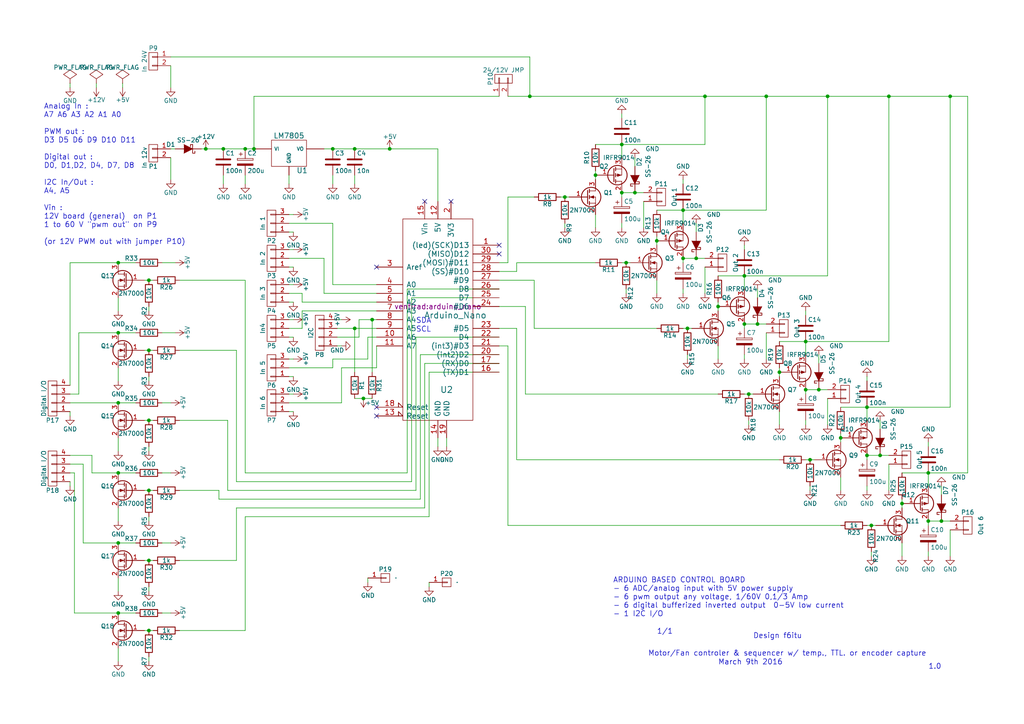
<source format=kicad_sch>
(kicad_sch (version 20230121) (generator eeschema)
  (paper "A4")
  (junction (at 43.18 142.24))
  (junction (at 180.34 41.91))
  (junction (at 107.95 92.71))
  (junction (at 71.12 43.18))
  (junction (at 273.05 151.13))
  (junction (at 257.81 27.94))
  (junction (at 113.03 43.18))
  (junction (at 43.18 121.92))
  (junction (at 172.72 50.8))
  (junction (at 219.71 93.98))
  (junction (at 226.06 107.95))
  (junction (at 269.24 137.16))
  (junction (at 252.73 152.4))
  (junction (at 198.12 60.96))
  (junction (at 96.52 43.18))
  (junction (at 43.18 101.6))
  (junction (at 190.5 69.85))
  (junction (at 198.12 74.93))
  (junction (at 59.69 43.18))
  (junction (at 43.18 81.28))
  (junction (at 215.9 93.98))
  (junction (at 102.87 95.25))
  (junction (at 163.83 57.15))
  (junction (at 261.62 146.05))
  (junction (at 243.84 127))
  (junction (at 153.67 27.94))
  (junction (at 233.68 113.03))
  (junction (at 208.28 88.9))
  (junction (at 34.29 116.84))
  (junction (at 34.29 96.52))
  (junction (at 105.41 115.57))
  (junction (at 215.9 80.01))
  (junction (at 181.61 76.2))
  (junction (at 73.66 43.18))
  (junction (at 43.18 182.88))
  (junction (at 275.59 27.94))
  (junction (at 184.15 55.88))
  (junction (at 43.18 162.56))
  (junction (at 217.17 114.3))
  (junction (at 222.25 27.94))
  (junction (at 237.49 113.03))
  (junction (at 102.87 43.18))
  (junction (at 34.29 137.16))
  (junction (at 255.27 132.08))
  (junction (at 269.24 151.13))
  (junction (at 34.29 76.2))
  (junction (at 34.29 157.48))
  (junction (at 204.47 27.94))
  (junction (at 201.93 74.93))
  (junction (at 34.29 177.8))
  (junction (at 240.03 27.94))
  (junction (at 199.39 95.25))
  (junction (at 64.77 43.18))
  (junction (at 233.68 99.06))
  (junction (at 251.46 132.08))
  (junction (at 180.34 55.88))
  (junction (at 234.95 133.35))
  (junction (at 251.46 118.11))
  (no_connect (at 144.78 73.66))
  (no_connect (at 130.81 58.42))
  (no_connect (at 109.22 118.11))
  (no_connect (at 109.22 77.47))
  (no_connect (at 123.19 58.42))
  (no_connect (at 144.78 71.12))
  (no_connect (at 109.22 120.65))
  (wire (pts (xy 233.68 113.03) (xy 237.49 113.03)))
  (wire (pts (xy 34.29 167.64) (xy 34.29 171.45)))
  (wire (pts (xy 119.38 86.36) (xy 119.38 139.7)))
  (wire (pts (xy 233.68 133.35) (xy 234.95 133.35)))
  (wire (pts (xy 21.59 137.16) (xy 21.59 177.8)))
  (wire (pts (xy 106.68 104.14) (xy 96.52 104.14)))
  (wire (pts (xy 121.92 102.87) (xy 121.92 144.78)))
  (wire (pts (xy 273.05 140.97) (xy 273.05 143.51)))
  (wire (pts (xy 73.66 43.18) (xy 71.12 43.18)))
  (wire (pts (xy 269.24 137.16) (xy 269.24 140.97)))
  (wire (pts (xy 113.03 43.18) (xy 127 43.18)))
  (wire (pts (xy 154.94 95.25) (xy 190.5 95.25)))
  (wire (pts (xy 34.29 147.32) (xy 34.29 151.13)))
  (wire (pts (xy 87.63 90.17) (xy 87.63 95.25)))
  (wire (pts (xy 34.29 96.52) (xy 39.37 96.52)))
  (wire (pts (xy 104.14 92.71) (xy 104.14 97.79)))
  (wire (pts (xy 85.09 92.71) (xy 83.82 92.71)))
  (wire (pts (xy 34.29 106.68) (xy 34.29 110.49)))
  (wire (pts (xy 153.67 16.51) (xy 153.67 27.94)))
  (wire (pts (xy 172.72 62.23) (xy 172.72 66.04)))
  (wire (pts (xy 149.86 95.25) (xy 144.78 95.25)))
  (wire (pts (xy 199.39 95.25) (xy 200.66 95.25)))
  (wire (pts (xy 226.06 119.38) (xy 226.06 123.19)))
  (wire (pts (xy 251.46 140.97) (xy 251.46 142.24)))
  (wire (pts (xy 34.29 127) (xy 34.29 130.81)))
  (wire (pts (xy 237.49 113.03) (xy 240.03 113.03)))
  (wire (pts (xy 252.73 152.4) (xy 254 152.4)))
  (wire (pts (xy 83.82 85.09) (xy 87.63 85.09)))
  (wire (pts (xy 199.39 102.87) (xy 199.39 104.14)))
  (wire (pts (xy 243.84 138.43) (xy 243.84 142.24)))
  (wire (pts (xy 123.19 147.32) (xy 68.58 147.32)))
  (wire (pts (xy 109.22 106.68) (xy 109.22 100.33)))
  (wire (pts (xy 144.78 105.41) (xy 123.19 105.41)))
  (wire (pts (xy 34.29 116.84) (xy 39.37 116.84)))
  (wire (pts (xy 102.87 95.25) (xy 109.22 95.25)))
  (wire (pts (xy 215.9 93.98) (xy 219.71 93.98)))
  (wire (pts (xy 83.82 74.93) (xy 93.98 74.93)))
  (wire (pts (xy 66.04 121.92) (xy 66.04 142.24)))
  (wire (pts (xy 85.09 114.3) (xy 83.82 114.3)))
  (wire (pts (xy 34.29 157.48) (xy 39.37 157.48)))
  (wire (pts (xy 85.09 62.23) (xy 83.82 62.23)))
  (wire (pts (xy 201.93 64.77) (xy 201.93 67.31)))
  (wire (pts (xy 106.68 97.79) (xy 109.22 97.79)))
  (wire (pts (xy 35.56 24.13) (xy 35.56 25.4)))
  (wire (pts (xy 198.12 60.96) (xy 190.5 60.96)))
  (wire (pts (xy 198.12 60.96) (xy 222.25 60.96)))
  (wire (pts (xy 243.84 127) (xy 243.84 128.27)))
  (wire (pts (xy 24.13 157.48) (xy 34.29 157.48)))
  (wire (pts (xy 144.78 78.74) (xy 149.86 78.74)))
  (wire (pts (xy 217.17 114.3) (xy 218.44 114.3)))
  (wire (pts (xy 204.47 27.94) (xy 222.25 27.94)))
  (wire (pts (xy 97.79 95.25) (xy 102.87 95.25)))
  (wire (pts (xy 180.34 76.2) (xy 181.61 76.2)))
  (wire (pts (xy 43.18 149.86) (xy 43.18 151.13)))
  (wire (pts (xy 180.34 64.77) (xy 180.34 66.04)))
  (wire (pts (xy 275.59 153.67) (xy 275.59 161.29)))
  (wire (pts (xy 49.53 116.84) (xy 46.99 116.84)))
  (wire (pts (xy 118.11 137.16) (xy 71.12 137.16)))
  (wire (pts (xy 73.66 27.94) (xy 73.66 43.18)))
  (wire (pts (xy 43.18 162.56) (xy 41.91 162.56)))
  (wire (pts (xy 144.78 86.36) (xy 119.38 86.36)))
  (wire (pts (xy 52.07 142.24) (xy 63.5 142.24)))
  (wire (pts (xy 243.84 125.73) (xy 243.84 127)))
  (wire (pts (xy 257.81 27.94) (xy 275.59 27.94)))
  (wire (pts (xy 99.06 100.33) (xy 97.79 100.33)))
  (wire (pts (xy 20.32 24.13) (xy 20.32 25.4)))
  (wire (pts (xy 43.18 88.9) (xy 43.18 90.17)))
  (wire (pts (xy 180.34 55.88) (xy 180.34 57.15)))
  (wire (pts (xy 83.82 67.31) (xy 85.09 67.31)))
  (wire (pts (xy 251.46 109.22) (xy 251.46 110.49)))
  (wire (pts (xy 87.63 90.17) (xy 109.22 90.17)))
  (wire (pts (xy 190.5 68.58) (xy 190.5 69.85)))
  (wire (pts (xy 71.12 182.88) (xy 52.07 182.88)))
  (wire (pts (xy 181.61 76.2) (xy 182.88 76.2)))
  (wire (pts (xy 201.93 74.93) (xy 204.47 74.93)))
  (wire (pts (xy 20.32 116.84) (xy 34.29 116.84)))
  (wire (pts (xy 124.46 149.86) (xy 71.12 149.86)))
  (wire (pts (xy 83.82 77.47) (xy 85.09 77.47)))
  (wire (pts (xy 215.9 93.98) (xy 215.9 95.25)))
  (wire (pts (xy 49.53 137.16) (xy 46.99 137.16)))
  (wire (pts (xy 64.77 43.18) (xy 59.69 43.18)))
  (wire (pts (xy 215.9 102.87) (xy 215.9 104.14)))
  (wire (pts (xy 34.29 137.16) (xy 39.37 137.16)))
  (wire (pts (xy 96.52 82.55) (xy 109.22 82.55)))
  (wire (pts (xy 180.34 55.88) (xy 184.15 55.88)))
  (wire (pts (xy 63.5 142.24) (xy 63.5 144.78)))
  (wire (pts (xy 68.58 101.6) (xy 68.58 139.7)))
  (wire (pts (xy 85.09 104.14) (xy 83.82 104.14)))
  (wire (pts (xy 83.82 97.79) (xy 85.09 97.79)))
  (wire (pts (xy 93.98 85.09) (xy 109.22 85.09)))
  (wire (pts (xy 97.79 97.79) (xy 104.14 97.79)))
  (wire (pts (xy 50.8 76.2) (xy 46.99 76.2)))
  (wire (pts (xy 68.58 147.32) (xy 68.58 162.56)))
  (wire (pts (xy 107.95 107.95) (xy 107.95 92.71)))
  (wire (pts (xy 106.68 167.64) (xy 106.68 168.91)))
  (wire (pts (xy 83.82 119.38) (xy 85.09 119.38)))
  (wire (pts (xy 107.95 92.71) (xy 104.14 92.71)))
  (wire (pts (xy 20.32 111.76) (xy 20.32 76.2)))
  (wire (pts (xy 49.53 16.51) (xy 153.67 16.51)))
  (wire (pts (xy 198.12 74.93) (xy 201.93 74.93)))
  (wire (pts (xy 49.53 177.8) (xy 46.99 177.8)))
  (wire (pts (xy 87.63 95.25) (xy 83.82 95.25)))
  (wire (pts (xy 240.03 27.94) (xy 257.81 27.94)))
  (wire (pts (xy 219.71 83.82) (xy 219.71 86.36)))
  (wire (pts (xy 83.82 106.68) (xy 96.52 106.68)))
  (wire (pts (xy 144.78 100.33) (xy 147.32 100.33)))
  (wire (pts (xy 251.46 132.08) (xy 251.46 133.35)))
  (wire (pts (xy 240.03 115.57) (xy 240.03 123.19)))
  (wire (pts (xy 20.32 139.7) (xy 20.32 140.97)))
  (wire (pts (xy 154.94 81.28) (xy 154.94 95.25)))
  (wire (pts (xy 269.24 151.13) (xy 269.24 152.4)))
  (wire (pts (xy 24.13 134.62) (xy 24.13 157.48)))
  (wire (pts (xy 34.29 86.36) (xy 34.29 90.17)))
  (wire (pts (xy 44.45 162.56) (xy 43.18 162.56)))
  (wire (pts (xy 204.47 41.91) (xy 180.34 41.91)))
  (wire (pts (xy 43.18 121.92) (xy 41.91 121.92)))
  (wire (pts (xy 198.12 60.96) (xy 198.12 64.77)))
  (wire (pts (xy 198.12 74.93) (xy 198.12 76.2)))
  (wire (pts (xy 124.46 107.95) (xy 124.46 149.86)))
  (wire (pts (xy 71.12 81.28) (xy 52.07 81.28)))
  (wire (pts (xy 147.32 152.4) (xy 243.84 152.4)))
  (wire (pts (xy 226.06 106.68) (xy 226.06 107.95)))
  (wire (pts (xy 198.12 83.82) (xy 198.12 85.09)))
  (wire (pts (xy 43.18 182.88) (xy 41.91 182.88)))
  (wire (pts (xy 147.32 57.15) (xy 154.94 57.15)))
  (wire (pts (xy 152.4 88.9) (xy 152.4 114.3)))
  (wire (pts (xy 71.12 50.8) (xy 71.12 53.34)))
  (wire (pts (xy 190.5 81.28) (xy 190.5 85.09)))
  (wire (pts (xy 215.9 114.3) (xy 217.17 114.3)))
  (wire (pts (xy 162.56 57.15) (xy 163.83 57.15)))
  (wire (pts (xy 273.05 151.13) (xy 275.59 151.13)))
  (wire (pts (xy 149.86 78.74) (xy 149.86 76.2)))
  (wire (pts (xy 222.25 27.94) (xy 240.03 27.94)))
  (wire (pts (xy 96.52 104.14) (xy 96.52 106.68)))
  (wire (pts (xy 190.5 69.85) (xy 190.5 71.12)))
  (wire (pts (xy 102.87 43.18) (xy 113.03 43.18)))
  (wire (pts (xy 215.9 71.12) (xy 215.9 72.39)))
  (wire (pts (xy 144.78 97.79) (xy 120.65 97.79)))
  (wire (pts (xy 20.32 132.08) (xy 26.67 132.08)))
  (wire (pts (xy 43.18 142.24) (xy 41.91 142.24)))
  (wire (pts (xy 251.46 118.11) (xy 275.59 118.11)))
  (wire (pts (xy 49.53 157.48) (xy 46.99 157.48)))
  (wire (pts (xy 233.68 99.06) (xy 257.81 99.06)))
  (wire (pts (xy 49.53 19.05) (xy 49.53 25.4)))
  (wire (pts (xy 21.59 177.8) (xy 34.29 177.8)))
  (wire (pts (xy 144.78 107.95) (xy 124.46 107.95)))
  (wire (pts (xy 147.32 27.94) (xy 153.67 27.94)))
  (wire (pts (xy 208.28 87.63) (xy 208.28 88.9)))
  (wire (pts (xy 180.34 41.91) (xy 180.34 45.72)))
  (wire (pts (xy 96.52 64.77) (xy 96.52 82.55)))
  (wire (pts (xy 180.34 41.91) (xy 172.72 41.91)))
  (wire (pts (xy 83.82 109.22) (xy 85.09 109.22)))
  (wire (pts (xy 99.06 92.71) (xy 97.79 92.71)))
  (wire (pts (xy 252.73 160.02) (xy 252.73 161.29)))
  (wire (pts (xy 44.45 142.24) (xy 43.18 142.24)))
  (wire (pts (xy 43.18 170.18) (xy 43.18 171.45)))
  (wire (pts (xy 215.9 80.01) (xy 215.9 83.82)))
  (wire (pts (xy 59.69 43.18) (xy 58.42 43.18)))
  (wire (pts (xy 149.86 133.35) (xy 226.06 133.35)))
  (wire (pts (xy 43.18 101.6) (xy 41.91 101.6)))
  (wire (pts (xy 261.62 157.48) (xy 261.62 161.29)))
  (wire (pts (xy 222.25 96.52) (xy 222.25 104.14)))
  (wire (pts (xy 204.47 77.47) (xy 204.47 85.09)))
  (wire (pts (xy 204.47 27.94) (xy 204.47 41.91)))
  (wire (pts (xy 124.46 168.91) (xy 124.46 170.18)))
  (wire (pts (xy 233.68 90.17) (xy 233.68 91.44)))
  (wire (pts (xy 44.45 182.88) (xy 43.18 182.88)))
  (wire (pts (xy 149.86 95.25) (xy 149.86 133.35)))
  (wire (pts (xy 43.18 190.5) (xy 43.18 191.77)))
  (wire (pts (xy 251.46 132.08) (xy 255.27 132.08)))
  (wire (pts (xy 149.86 76.2) (xy 172.72 76.2)))
  (wire (pts (xy 71.12 43.18) (xy 64.77 43.18)))
  (wire (pts (xy 180.34 33.02) (xy 180.34 34.29)))
  (wire (pts (xy 34.29 76.2) (xy 39.37 76.2)))
  (wire (pts (xy 208.28 88.9) (xy 208.28 90.17)))
  (wire (pts (xy 64.77 50.8) (xy 64.77 53.34)))
  (wire (pts (xy 68.58 139.7) (xy 119.38 139.7)))
  (wire (pts (xy 105.41 115.57) (xy 107.95 115.57)))
  (wire (pts (xy 96.52 50.8) (xy 96.52 53.34)))
  (wire (pts (xy 233.68 99.06) (xy 233.68 102.87)))
  (wire (pts (xy 20.32 134.62) (xy 24.13 134.62)))
  (wire (pts (xy 20.32 137.16) (xy 21.59 137.16)))
  (wire (pts (xy 147.32 76.2) (xy 147.32 57.15)))
  (wire (pts (xy 257.81 27.94) (xy 257.81 99.06)))
  (wire (pts (xy 172.72 50.8) (xy 172.72 52.07)))
  (wire (pts (xy 219.71 93.98) (xy 222.25 93.98)))
  (wire (pts (xy 87.63 85.09) (xy 87.63 87.63)))
  (wire (pts (xy 52.07 101.6) (xy 68.58 101.6)))
  (wire (pts (xy 85.09 82.55) (xy 83.82 82.55)))
  (wire (pts (xy 22.86 96.52) (xy 22.86 114.3)))
  (wire (pts (xy 118.11 83.82) (xy 118.11 137.16)))
  (wire (pts (xy 144.78 27.94) (xy 73.66 27.94)))
  (wire (pts (xy 237.49 102.87) (xy 237.49 105.41)))
  (wire (pts (xy 27.94 24.13) (xy 27.94 25.4)))
  (wire (pts (xy 144.78 76.2) (xy 147.32 76.2)))
  (wire (pts (xy 93.98 74.93) (xy 93.98 85.09)))
  (wire (pts (xy 215.9 80.01) (xy 208.28 80.01)))
  (wire (pts (xy 234.95 140.97) (xy 234.95 142.24)))
  (wire (pts (xy 255.27 121.92) (xy 255.27 124.46)))
  (wire (pts (xy 34.29 177.8) (xy 39.37 177.8)))
  (wire (pts (xy 198.12 95.25) (xy 199.39 95.25)))
  (wire (pts (xy 240.03 27.94) (xy 240.03 80.01)))
  (wire (pts (xy 255.27 132.08) (xy 257.81 132.08)))
  (wire (pts (xy 43.18 129.54) (xy 43.18 130.81)))
  (wire (pts (xy 198.12 52.07) (xy 198.12 53.34)))
  (wire (pts (xy 233.68 121.92) (xy 233.68 123.19)))
  (wire (pts (xy 34.29 187.96) (xy 34.29 191.77)))
  (wire (pts (xy 226.06 107.95) (xy 226.06 109.22)))
  (wire (pts (xy 181.61 83.82) (xy 181.61 85.09)))
  (wire (pts (xy 118.11 83.82) (xy 144.78 83.82)))
  (wire (pts (xy 217.17 121.92) (xy 217.17 123.19)))
  (wire (pts (xy 251.46 118.11) (xy 251.46 121.92)))
  (wire (pts (xy 120.65 97.79) (xy 120.65 142.24)))
  (wire (pts (xy 52.07 121.92) (xy 66.04 121.92)))
  (wire (pts (xy 269.24 160.02) (xy 269.24 161.29)))
  (wire (pts (xy 43.18 81.28) (xy 41.91 81.28)))
  (wire (pts (xy 261.62 146.05) (xy 261.62 147.32)))
  (wire (pts (xy 102.87 107.95) (xy 102.87 95.25)))
  (wire (pts (xy 184.15 45.72) (xy 184.15 48.26)))
  (wire (pts (xy 144.78 81.28) (xy 154.94 81.28)))
  (wire (pts (xy 43.18 109.22) (xy 43.18 110.49)))
  (wire (pts (xy 186.69 58.42) (xy 186.69 66.04)))
  (wire (pts (xy 172.72 49.53) (xy 172.72 50.8)))
  (wire (pts (xy 26.67 132.08) (xy 26.67 137.16)))
  (wire (pts (xy 208.28 100.33) (xy 208.28 104.14)))
  (wire (pts (xy 102.87 115.57) (xy 105.41 115.57)))
  (wire (pts (xy 71.12 137.16) (xy 71.12 81.28)))
  (wire (pts (xy 163.83 64.77) (xy 163.83 66.04)))
  (wire (pts (xy 68.58 162.56) (xy 52.07 162.56)))
  (wire (pts (xy 234.95 133.35) (xy 236.22 133.35)))
  (wire (pts (xy 251.46 118.11) (xy 243.84 118.11)))
  (wire (pts (xy 20.32 119.38) (xy 20.32 120.65)))
  (wire (pts (xy 83.82 64.77) (xy 96.52 64.77)))
  (wire (pts (xy 87.63 87.63) (xy 109.22 87.63)))
  (wire (pts (xy 269.24 137.16) (xy 261.62 137.16)))
  (wire (pts (xy 129.54 127) (xy 129.54 129.54)))
  (wire (pts (xy 44.45 101.6) (xy 43.18 101.6)))
  (wire (pts (xy 127 127) (xy 127 129.54)))
  (wire (pts (xy 99.06 106.68) (xy 99.06 116.84)))
  (wire (pts (xy 251.46 152.4) (xy 252.73 152.4)))
  (wire (pts (xy 147.32 100.33) (xy 147.32 152.4)))
  (wire (pts (xy 233.68 99.06) (xy 226.06 99.06)))
  (wire (pts (xy 275.59 27.94) (xy 275.59 118.11)))
  (wire (pts (xy 184.15 55.88) (xy 186.69 55.88)))
  (wire (pts (xy 49.53 45.72) (xy 49.53 52.07)))
  (wire (pts (xy 26.67 137.16) (xy 34.29 137.16)))
  (wire (pts (xy 83.82 87.63) (xy 85.09 87.63)))
  (wire (pts (xy 85.09 72.39) (xy 83.82 72.39)))
  (wire (pts (xy 144.78 102.87) (xy 121.92 102.87)))
  (wire (pts (xy 109.22 92.71) (xy 107.95 92.71)))
  (wire (pts (xy 215.9 80.01) (xy 240.03 80.01)))
  (wire (pts (xy 71.12 149.86) (xy 71.12 182.88)))
  (wire (pts (xy 257.81 134.62) (xy 257.81 142.24)))
  (wire (pts (xy 280.67 137.16) (xy 269.24 137.16)))
  (wire (pts (xy 280.67 27.94) (xy 280.67 137.16)))
  (wire (pts (xy 233.68 113.03) (xy 233.68 114.3)))
  (wire (pts (xy 163.83 57.15) (xy 165.1 57.15)))
  (wire (pts (xy 63.5 144.78) (xy 121.92 144.78)))
  (wire (pts (xy 275.59 27.94) (xy 280.67 27.94)))
  (wire (pts (xy 22.86 96.52) (xy 34.29 96.52)))
  (wire (pts (xy 66.04 142.24) (xy 120.65 142.24)))
  (wire (pts (xy 96.52 43.18) (xy 102.87 43.18)))
  (wire (pts (xy 99.06 116.84) (xy 83.82 116.84)))
  (wire (pts (xy 44.45 121.92) (xy 43.18 121.92)))
  (wire (pts (xy 102.87 50.8) (xy 102.87 53.34)))
  (wire (pts (xy 269.24 128.27) (xy 269.24 129.54)))
  (wire (pts (xy 20.32 76.2) (xy 34.29 76.2)))
  (wire (pts (xy 44.45 81.28) (xy 43.18 81.28)))
  (wire (pts (xy 261.62 144.78) (xy 261.62 146.05)))
  (wire (pts (xy 50.8 96.52) (xy 46.99 96.52)))
  (wire (pts (xy 99.06 106.68) (xy 109.22 106.68)))
  (wire (pts (xy 269.24 151.13) (xy 273.05 151.13)))
  (wire (pts (xy 127 43.18) (xy 127 58.42)))
  (wire (pts (xy 144.78 88.9) (xy 152.4 88.9)))
  (wire (pts (xy 106.68 104.14) (xy 106.68 97.79)))
  (wire (pts (xy 152.4 114.3) (xy 208.28 114.3)))
  (wire (pts (xy 222.25 27.94) (xy 222.25 60.96)))
  (wire (pts (xy 83.82 50.8) (xy 83.82 53.34)))
  (wire (pts (xy 22.86 114.3) (xy 20.32 114.3)))
  (wire (pts (xy 93.98 43.18) (xy 96.52 43.18)))
  (wire (pts (xy 153.67 27.94) (xy 204.47 27.94)))
  (wire (pts (xy 50.8 43.18) (xy 49.53 43.18)))
  (wire (pts (xy 123.19 105.41) (xy 123.19 147.32)))
  (text "1/1\n" (at 190.5 184.15 0) (effects (font (size 1.524 1.524)) (justify left bottom)))
  (text "Design f6itu" (at 218.44 185.42 0) (effects (font (size 1.524 1.524)) (justify left bottom)))
  (text "SDA\n" (at 120.65 93.98 0) (effects (font (size 1.524 1.524)) (justify left bottom)))
  (text "SCL" (at 120.65 96.52 0) (effects (font (size 1.524 1.524)) (justify left bottom)))
  (text "Motor/Fan controler & sequencer w/ temp., TTL. or encoder capture" (at 187.96 190.5 0) (effects (font (size 1.524 1.524)) (justify left bottom)))
  (text "March 9th 2016" (at 208.28 193.04 0) (effects (font (size 1.524 1.524)) (justify left bottom)))
  (text "Analog In : \nA7 A6 A3 A2 A1 A0\n\nPWM out : \nD3 D5 D6 D9 D10 D11\n\nDigital out :\nD0, D1,D2, D4, D7, D8\n\nI2C In/Out : \nA4, A5\n\nVin : \n12V board (general)  on P1\n1 to 60 V \"pwm out\" on P9\n\n(or 12V PWM out with jumper P10)\n" (at 12.7 71.12 0) (effects (font (size 1.524 1.524)) (justify left bottom)))
  (text "1.0" (at 269.24 194.31 0) (effects (font (size 1.524 1.524)) (justify left bottom)))
  (text "ARDUINO BASED CONTROL BOARD\n- 6 ADC/analog input with 5V power supply\n- 6 pwm output any voltage, 1/60V 0,1/3 Amp\n- 6 digital bufferized inverted output  0-5V low current\n- 1 I2C I/O\n" (at 177.8 179.07 0) (effects (font (size 1.524 1.524)) (justify left bottom)))
  (symbol (lib_id "ventirad-rescue:GND") (at 20.32 25.4 0) (unit 1)
    (property "Reference" "#PWR01" (effects hide))
    (property "Value" "GND" (at 20.32 29.21 0))
  )
  (symbol (lib_id "ventirad-rescue:+12V") (at 27.94 25.4 180) (unit 1)
    (property "Reference" "#PWR02" (effects hide))
    (property "Value" "+12V" (at 27.94 28.956 0))
  )
  (symbol (lib_id "ventirad-rescue:PWR_FLAG") (at 20.32 24.13 0) (unit 1)
    (property "Reference" "#FLG03" (effects hide))
    (property "Value" "PWR_FLAG" (at 20.32 19.558 0))
  )
  (symbol (lib_id "ventirad-rescue:PWR_FLAG") (at 27.94 24.13 0) (unit 1)
    (property "Reference" "#FLG04" (effects hide))
    (property "Value" "PWR_FLAG" (at 27.94 19.558 0))
  )
  (symbol (lib_id "ventirad-rescue:CONN_01X04") (at 92.71 96.52 180) (unit 1)
    (property "Reference" "P8" (at 92.71 102.87 0))
    (property "Value" "I2C" (at 90.17 96.52 90))
    (property "Footprint" "kk:Molex_KK_6410-04" (effects hide))
  )
  (symbol (lib_id "ventirad-rescue:GND") (at 127 129.54 0) (unit 1)
    (property "Reference" "#PWR05" (effects hide))
    (property "Value" "GND" (at 127 133.35 0))
  )
  (symbol (lib_id "ventirad-rescue:GND") (at 129.54 129.54 0) (unit 1)
    (property "Reference" "#PWR06" (effects hide))
    (property "Value" "GND" (at 129.54 133.35 0))
  )
  (symbol (lib_id "ventirad-rescue:GND") (at 99.06 100.33 90) (unit 1)
    (property "Reference" "#PWR07" (effects hide))
    (property "Value" "GND" (at 97.79 101.6 90))
  )
  (symbol (lib_id "ventirad-rescue:LM7805-RESCUE-ventirad") (at 83.82 44.45 0) (unit 1)
    (property "Reference" "U1" (at 87.63 49.4284 0) (effects (font (size 1.524 1.524))))
    (property "Value" "LM7805" (at 83.82 39.37 0) (effects (font (size 1.524 1.524))))
    (property "Footprint" "TO_SOT_Packages_SMD:TO-252-2Lead" (effects hide))
  )
  (symbol (lib_id "ventirad-rescue:CP") (at 71.12 46.99 0) (unit 1)
    (property "Reference" "C2" (at 71.755 44.45 0) (effects (justify left)))
    (property "Value" "200u" (at 71.755 49.53 0) (effects (justify left)))
    (property "Footprint" "cap_pol:c_elec_6.3x7.7" (effects hide))
  )
  (symbol (lib_id "ventirad-rescue:C") (at 64.77 46.99 0) (unit 1)
    (property "Reference" "C1" (at 65.405 44.45 0) (effects (justify left)))
    (property "Value" "100n" (at 65.405 49.53 0) (effects (justify left)))
    (property "Footprint" "Capacitors_SMD:C_1206_HandSoldering" (effects hide))
  )
  (symbol (lib_id "ventirad-rescue:C") (at 96.52 46.99 0) (unit 1)
    (property "Reference" "C3" (at 97.155 44.45 0) (effects (justify left)))
    (property "Value" "100n" (at 97.155 49.53 0) (effects (justify left)))
    (property "Footprint" "Capacitors_SMD:C_1206_HandSoldering" (effects hide))
  )
  (symbol (lib_id "ventirad-rescue:C") (at 102.87 46.99 0) (unit 1)
    (property "Reference" "C4" (at 103.505 44.45 0) (effects (justify left)))
    (property "Value" "10n" (at 103.505 49.53 0) (effects (justify left)))
    (property "Footprint" "Capacitors_SMD:C_0805_HandSoldering" (effects hide))
  )
  (symbol (lib_id "ventirad-rescue:+12V") (at 59.69 43.18 0) (unit 1)
    (property "Reference" "#PWR08" (effects hide))
    (property "Value" "+12V" (at 59.69 39.624 0))
  )
  (symbol (lib_id "ventirad-rescue:GND") (at 83.82 53.34 0) (unit 1)
    (property "Reference" "#PWR09" (effects hide))
    (property "Value" "GND" (at 83.82 57.15 0))
  )
  (symbol (lib_id "ventirad-rescue:GND") (at 64.77 53.34 0) (unit 1)
    (property "Reference" "#PWR010" (effects hide))
    (property "Value" "GND" (at 64.77 57.15 0))
  )
  (symbol (lib_id "ventirad-rescue:GND") (at 71.12 53.34 0) (unit 1)
    (property "Reference" "#PWR011" (effects hide))
    (property "Value" "GND" (at 71.12 57.15 0))
  )
  (symbol (lib_id "ventirad-rescue:GND") (at 96.52 53.34 0) (unit 1)
    (property "Reference" "#PWR012" (effects hide))
    (property "Value" "GND" (at 96.52 57.15 0))
  )
  (symbol (lib_id "ventirad-rescue:GND") (at 102.87 53.34 0) (unit 1)
    (property "Reference" "#PWR013" (effects hide))
    (property "Value" "GND" (at 102.87 57.15 0))
  )
  (symbol (lib_id "ventirad-rescue:D_Schottky") (at 54.61 43.18 180) (unit 1)
    (property "Reference" "D1" (at 49.53 41.91 0))
    (property "Value" "SS-26" (at 54.61 40.64 0))
    (property "Footprint" "Diodes_SMD:SMA_Handsoldering" (effects hide))
  )
  (symbol (lib_id "ventirad-rescue:CONN_01X02") (at 44.45 44.45 0) (mirror y) (unit 1)
    (property "Reference" "P1" (at 44.45 48.26 0))
    (property "Value" "In 12v" (at 41.91 45.72 90))
    (property "Footprint" "kk:Molex_KK_6410-02" (effects hide))
  )
  (symbol (lib_id "ventirad-rescue:GND") (at 49.53 52.07 0) (unit 1)
    (property "Reference" "#PWR014" (effects hide))
    (property "Value" "GND" (at 49.53 55.88 0))
  )
  (symbol (lib_id "ventirad-rescue:CONN_01X02") (at 280.67 152.4 0) (mirror x) (unit 1)
    (property "Reference" "P16" (at 280.67 148.59 0))
    (property "Value" "Out 6" (at 284.48 152.4 90))
    (property "Footprint" "kk:Molex_KK_6410-02" (effects hide))
  )
  (symbol (lib_id "ventirad-rescue:CONN_01X02") (at 191.77 57.15 0) (mirror x) (unit 1)
    (property "Reference" "P11" (at 191.77 53.34 0))
    (property "Value" "Out 1" (at 195.58 57.15 90))
    (property "Footprint" "kk:Molex_KK_6410-02" (effects hide))
  )
  (symbol (lib_id "ventirad-rescue:CONN_01X02") (at 209.55 76.2 0) (mirror x) (unit 1)
    (property "Reference" "P12" (at 209.55 72.39 0))
    (property "Value" "Out 2" (at 213.36 76.2 90))
    (property "Footprint" "kk:Molex_KK_6410-02" (effects hide))
  )
  (symbol (lib_id "ventirad-rescue:CONN_01X02") (at 227.33 95.25 0) (mirror x) (unit 1)
    (property "Reference" "P13" (at 227.33 91.44 0))
    (property "Value" "Out 3" (at 231.14 95.25 90))
    (property "Footprint" "kk:Molex_KK_6410-02" (effects hide))
  )
  (symbol (lib_id "ventirad-rescue:CONN_01X02") (at 245.11 114.3 0) (mirror x) (unit 1)
    (property "Reference" "P14" (at 245.11 110.49 0))
    (property "Value" "Out 4" (at 248.92 114.3 90))
    (property "Footprint" "kk:Molex_KK_6410-02" (effects hide))
  )
  (symbol (lib_id "ventirad-rescue:CONN_01X02") (at 262.89 133.35 0) (mirror x) (unit 1)
    (property "Reference" "P15" (at 262.89 129.54 0))
    (property "Value" "Out 5" (at 266.7 133.35 90))
    (property "Footprint" "kk:Molex_KK_6410-02" (effects hide))
  )
  (symbol (lib_id "ventirad-rescue:CONN_01X03") (at 78.74 85.09 180) (unit 1)
    (property "Reference" "P4" (at 78.74 90.17 0))
    (property "Value" "In 3" (at 76.2 85.09 90))
    (property "Footprint" "kk:Molex_KK_6410-03" (effects hide))
  )
  (symbol (lib_id "ventirad-rescue:CONN_01X03") (at 78.74 95.25 180) (unit 1)
    (property "Reference" "P5" (at 78.74 100.33 0))
    (property "Value" "In4" (at 76.2 95.25 90))
    (property "Footprint" "kk:Molex_KK_6410-03" (effects hide))
  )
  (symbol (lib_id "ventirad-rescue:CONN_01X03") (at 78.74 106.68 180) (unit 1)
    (property "Reference" "P6" (at 78.74 111.76 0))
    (property "Value" "In 5" (at 76.2 106.68 90))
    (property "Footprint" "kk:Molex_KK_6410-03" (effects hide))
  )
  (symbol (lib_id "ventirad-rescue:CONN_01X03") (at 78.74 116.84 180) (unit 1)
    (property "Reference" "P7" (at 78.74 121.92 0))
    (property "Value" "In 6" (at 76.2 116.84 90))
    (property "Footprint" "kk:Molex_KK_6410-03" (effects hide))
  )
  (symbol (lib_id "ventirad-rescue:CONN_01X03") (at 78.74 74.93 180) (unit 1)
    (property "Reference" "P3" (at 78.74 80.01 0))
    (property "Value" "In 2" (at 76.2 74.93 90))
    (property "Footprint" "kk:Molex_KK_6410-03" (effects hide))
  )
  (symbol (lib_id "ventirad-rescue:GND") (at 85.09 87.63 0) (unit 1)
    (property "Reference" "#PWR015" (effects hide))
    (property "Value" "GND" (at 85.09 91.44 0))
  )
  (symbol (lib_id "ventirad-rescue:GND") (at 85.09 77.47 0) (unit 1)
    (property "Reference" "#PWR016" (effects hide))
    (property "Value" "GND" (at 85.09 81.28 0))
  )
  (symbol (lib_id "ventirad-rescue:GND") (at 85.09 97.79 0) (unit 1)
    (property "Reference" "#PWR017" (effects hide))
    (property "Value" "GND" (at 85.09 101.6 0))
  )
  (symbol (lib_id "ventirad-rescue:GND") (at 85.09 109.22 0) (unit 1)
    (property "Reference" "#PWR018" (effects hide))
    (property "Value" "GND" (at 85.09 113.03 0))
  )
  (symbol (lib_id "ventirad-rescue:GND") (at 85.09 119.38 0) (unit 1)
    (property "Reference" "#PWR019" (effects hide))
    (property "Value" "GND" (at 85.09 123.19 0))
  )
  (symbol (lib_id "ventirad-rescue:CONN_01X03") (at 78.74 64.77 180) (unit 1)
    (property "Reference" "P2" (at 78.74 69.85 0))
    (property "Value" "In 1" (at 76.2 64.77 90))
    (property "Footprint" "kk:Molex_KK_6410-03" (effects hide))
  )
  (symbol (lib_id "ventirad-rescue:GND") (at 85.09 67.31 0) (unit 1)
    (property "Reference" "#PWR020" (effects hide))
    (property "Value" "GND" (at 85.09 71.12 0))
  )
  (symbol (lib_id "ventirad-rescue:Q_PMOS_GDS") (at 231.14 107.95 0) (mirror x) (unit 1)
    (property "Reference" "Q8" (at 229.87 105.41 0) (effects (justify right)))
    (property "Value" "IRFR9014" (at 237.49 102.87 0) (effects (justify right)))
    (property "Footprint" "TO_SOT_Packages_SMD:TO-252-2Lead" (effects hide))
  )
  (symbol (lib_id "ventirad-rescue:R") (at 217.17 118.11 0) (unit 1)
    (property "Reference" "R18" (at 218.44 123.19 90))
    (property "Value" "10k" (at 217.17 118.11 90))
    (property "Footprint" "Resistors_SMD:R_0603_HandSoldering" (effects hide))
  )
  (symbol (lib_id "ventirad-rescue:R") (at 212.09 114.3 270) (unit 1)
    (property "Reference" "R17" (at 212.09 116.332 90))
    (property "Value" "1k" (at 212.09 114.3 90))
    (property "Footprint" "Resistors_SMD:R_0805_HandSoldering" (effects hide))
  )
  (symbol (lib_id "ventirad-rescue:R") (at 226.06 102.87 0) (unit 1)
    (property "Reference" "R19" (at 223.52 102.87 90))
    (property "Value" "10k" (at 226.06 102.87 90))
    (property "Footprint" "Resistors_SMD:R_0603_HandSoldering" (effects hide))
  )
  (symbol (lib_id "ventirad-rescue:CP") (at 233.68 118.11 0) (unit 1)
    (property "Reference" "C8" (at 234.315 115.57 0) (effects (justify left)))
    (property "Value" "100u" (at 234.315 120.65 0) (effects (justify left)))
    (property "Footprint" "cap_pol:c_elec_6.3x7.7" (effects hide))
  )
  (symbol (lib_id "ventirad-rescue:GND") (at 217.17 123.19 0) (unit 1)
    (property "Reference" "#PWR021" (effects hide))
    (property "Value" "GND" (at 217.17 127 0))
  )
  (symbol (lib_id "ventirad-rescue:GND") (at 226.06 123.19 0) (unit 1)
    (property "Reference" "#PWR022" (effects hide))
    (property "Value" "GND" (at 226.06 127 0))
  )
  (symbol (lib_id "ventirad-rescue:GND") (at 233.68 123.19 0) (unit 1)
    (property "Reference" "#PWR023" (effects hide))
    (property "Value" "GND" (at 233.68 127 0))
  )
  (symbol (lib_id "ventirad-rescue:GND") (at 240.03 123.19 0) (unit 1)
    (property "Reference" "#PWR024" (effects hide))
    (property "Value" "GND" (at 240.03 127 0))
  )
  (symbol (lib_id "ventirad-rescue:D_Schottky") (at 237.49 109.22 90) (unit 1)
    (property "Reference" "D5" (at 238.76 104.14 0))
    (property "Value" "SS-26" (at 241.3 105.41 0))
    (property "Footprint" "Diodes_SMD:SMA_Handsoldering" (effects hide))
  )
  (symbol (lib_id "ventirad-rescue:GND") (at 237.49 102.87 180) (unit 1)
    (property "Reference" "#PWR025" (effects hide))
    (property "Value" "GND" (at 242.57 100.33 0))
  )
  (symbol (lib_id "ventirad-rescue:Q_PMOS_GDS") (at 266.7 146.05 0) (mirror x) (unit 1)
    (property "Reference" "Q12" (at 265.43 143.51 0) (effects (justify right)))
    (property "Value" "IRFR9014" (at 273.05 140.97 0) (effects (justify right)))
    (property "Footprint" "TO_SOT_Packages_SMD:TO-252-2Lead" (effects hide))
  )
  (symbol (lib_id "ventirad-rescue:R") (at 252.73 156.21 0) (unit 1)
    (property "Reference" "R24" (at 254 161.29 90))
    (property "Value" "10k" (at 252.73 156.21 90))
    (property "Footprint" "Resistors_SMD:R_0603_HandSoldering" (effects hide))
  )
  (symbol (lib_id "ventirad-rescue:R") (at 247.65 152.4 270) (unit 1)
    (property "Reference" "R23" (at 247.65 154.432 90))
    (property "Value" "1k" (at 247.65 152.4 90))
    (property "Footprint" "Resistors_SMD:R_0805_HandSoldering" (effects hide))
  )
  (symbol (lib_id "ventirad-rescue:R") (at 261.62 140.97 0) (unit 1)
    (property "Reference" "R25" (at 259.08 140.97 90))
    (property "Value" "10k" (at 261.62 140.97 90))
    (property "Footprint" "Resistors_SMD:R_0603_HandSoldering" (effects hide))
  )
  (symbol (lib_id "ventirad-rescue:CP") (at 269.24 156.21 0) (unit 1)
    (property "Reference" "C10" (at 269.875 153.67 0) (effects (justify left)))
    (property "Value" "100u" (at 269.875 158.75 0) (effects (justify left)))
    (property "Footprint" "cap_pol:c_elec_6.3x7.7" (effects hide))
  )
  (symbol (lib_id "ventirad-rescue:GND") (at 252.73 161.29 0) (unit 1)
    (property "Reference" "#PWR026" (effects hide))
    (property "Value" "GND" (at 252.73 165.1 0))
  )
  (symbol (lib_id "ventirad-rescue:GND") (at 261.62 161.29 0) (unit 1)
    (property "Reference" "#PWR027" (effects hide))
    (property "Value" "GND" (at 261.62 165.1 0))
  )
  (symbol (lib_id "ventirad-rescue:GND") (at 269.24 161.29 0) (unit 1)
    (property "Reference" "#PWR028" (effects hide))
    (property "Value" "GND" (at 269.24 165.1 0))
  )
  (symbol (lib_id "ventirad-rescue:GND") (at 275.59 161.29 0) (unit 1)
    (property "Reference" "#PWR029" (effects hide))
    (property "Value" "GND" (at 275.59 165.1 0))
  )
  (symbol (lib_id "ventirad-rescue:D_Schottky") (at 273.05 147.32 90) (unit 1)
    (property "Reference" "D7" (at 274.32 142.24 0))
    (property "Value" "SS-26" (at 276.86 143.51 0))
    (property "Footprint" "Diodes_SMD:SMA_Handsoldering" (effects hide))
  )
  (symbol (lib_id "ventirad-rescue:GND") (at 273.05 140.97 180) (unit 1)
    (property "Reference" "#PWR030" (effects hide))
    (property "Value" "GND" (at 278.13 138.43 0))
  )
  (symbol (lib_id "ventirad-rescue:Q_PMOS_GDS") (at 248.92 127 0) (mirror x) (unit 1)
    (property "Reference" "Q10" (at 247.65 124.46 0) (effects (justify right)))
    (property "Value" "IRFR9014" (at 255.27 121.92 0) (effects (justify right)))
    (property "Footprint" "TO_SOT_Packages_SMD:TO-252-2Lead" (effects hide))
  )
  (symbol (lib_id "ventirad-rescue:R") (at 234.95 137.16 0) (unit 1)
    (property "Reference" "R21" (at 236.22 142.24 90))
    (property "Value" "10k" (at 234.95 137.16 90))
    (property "Footprint" "Resistors_SMD:R_0603_HandSoldering" (effects hide))
  )
  (symbol (lib_id "ventirad-rescue:R") (at 229.87 133.35 270) (unit 1)
    (property "Reference" "R20" (at 229.87 135.382 90))
    (property "Value" "1k" (at 229.87 133.35 90))
    (property "Footprint" "Resistors_SMD:R_0805_HandSoldering" (effects hide))
  )
  (symbol (lib_id "ventirad-rescue:R") (at 243.84 121.92 0) (unit 1)
    (property "Reference" "R22" (at 241.3 121.92 90))
    (property "Value" "10k" (at 243.84 121.92 90))
    (property "Footprint" "Resistors_SMD:R_0603_HandSoldering" (effects hide))
  )
  (symbol (lib_id "ventirad-rescue:CP") (at 251.46 137.16 0) (unit 1)
    (property "Reference" "C9" (at 252.095 134.62 0) (effects (justify left)))
    (property "Value" "100u" (at 252.095 139.7 0) (effects (justify left)))
    (property "Footprint" "cap_pol:c_elec_6.3x7.7" (effects hide))
  )
  (symbol (lib_id "ventirad-rescue:GND") (at 234.95 142.24 0) (unit 1)
    (property "Reference" "#PWR031" (effects hide))
    (property "Value" "GND" (at 234.95 146.05 0))
  )
  (symbol (lib_id "ventirad-rescue:GND") (at 243.84 142.24 0) (unit 1)
    (property "Reference" "#PWR032" (effects hide))
    (property "Value" "GND" (at 243.84 146.05 0))
  )
  (symbol (lib_id "ventirad-rescue:GND") (at 251.46 142.24 0) (unit 1)
    (property "Reference" "#PWR033" (effects hide))
    (property "Value" "GND" (at 251.46 146.05 0))
  )
  (symbol (lib_id "ventirad-rescue:GND") (at 257.81 142.24 0) (unit 1)
    (property "Reference" "#PWR034" (effects hide))
    (property "Value" "GND" (at 257.81 146.05 0))
  )
  (symbol (lib_id "ventirad-rescue:D_Schottky") (at 255.27 128.27 90) (unit 1)
    (property "Reference" "D6" (at 256.54 123.19 0))
    (property "Value" "SS-26" (at 259.08 124.46 0))
    (property "Footprint" "Diodes_SMD:SMA_Handsoldering" (effects hide))
  )
  (symbol (lib_id "ventirad-rescue:GND") (at 255.27 121.92 180) (unit 1)
    (property "Reference" "#PWR035" (effects hide))
    (property "Value" "GND" (at 260.35 119.38 0))
  )
  (symbol (lib_id "ventirad-rescue:Q_PMOS_GDS") (at 177.8 50.8 0) (mirror x) (unit 1)
    (property "Reference" "Q2" (at 176.53 48.26 0) (effects (justify right)))
    (property "Value" "IRFR9014" (at 184.15 45.72 0) (effects (justify right)))
    (property "Footprint" "TO_SOT_Packages_SMD:TO-252-2Lead" (effects hide))
  )
  (symbol (lib_id "ventirad-rescue:R") (at 163.83 60.96 0) (unit 1)
    (property "Reference" "R9" (at 165.1 66.04 90))
    (property "Value" "10k" (at 163.83 60.96 90))
    (property "Footprint" "Resistors_SMD:R_0603_HandSoldering" (effects hide))
  )
  (symbol (lib_id "ventirad-rescue:R") (at 158.75 57.15 270) (unit 1)
    (property "Reference" "R8" (at 158.75 59.182 90))
    (property "Value" "1k" (at 158.75 57.15 90))
    (property "Footprint" "Resistors_SMD:R_0805_HandSoldering" (effects hide))
  )
  (symbol (lib_id "ventirad-rescue:R") (at 172.72 45.72 0) (unit 1)
    (property "Reference" "R10" (at 170.18 45.72 90))
    (property "Value" "10k" (at 172.72 45.72 90))
    (property "Footprint" "Resistors_SMD:R_0603_HandSoldering" (effects hide))
  )
  (symbol (lib_id "ventirad-rescue:CP") (at 180.34 60.96 0) (unit 1)
    (property "Reference" "C5" (at 180.975 58.42 0) (effects (justify left)))
    (property "Value" "100u" (at 180.975 63.5 0) (effects (justify left)))
    (property "Footprint" "cap_pol:c_elec_6.3x7.7" (effects hide))
  )
  (symbol (lib_id "ventirad-rescue:GND") (at 163.83 66.04 0) (unit 1)
    (property "Reference" "#PWR036" (effects hide))
    (property "Value" "GND" (at 163.83 69.85 0))
  )
  (symbol (lib_id "ventirad-rescue:GND") (at 172.72 66.04 0) (unit 1)
    (property "Reference" "#PWR037" (effects hide))
    (property "Value" "GND" (at 172.72 69.85 0))
  )
  (symbol (lib_id "ventirad-rescue:GND") (at 180.34 66.04 0) (unit 1)
    (property "Reference" "#PWR038" (effects hide))
    (property "Value" "GND" (at 180.34 69.85 0))
  )
  (symbol (lib_id "ventirad-rescue:GND") (at 186.69 66.04 0) (unit 1)
    (property "Reference" "#PWR039" (effects hide))
    (property "Value" "GND" (at 186.69 69.85 0))
  )
  (symbol (lib_id "ventirad-rescue:D_Schottky") (at 184.15 52.07 90) (unit 1)
    (property "Reference" "D2" (at 185.42 46.99 0))
    (property "Value" "SS-26" (at 187.96 48.26 0))
    (property "Footprint" "Diodes_SMD:SMA_Handsoldering" (effects hide))
  )
  (symbol (lib_id "ventirad-rescue:GND") (at 184.15 45.72 180) (unit 1)
    (property "Reference" "#PWR040" (effects hide))
    (property "Value" "GND" (at 189.23 43.18 0))
  )
  (symbol (lib_id "ventirad-rescue:Q_PMOS_GDS") (at 213.36 88.9 0) (mirror x) (unit 1)
    (property "Reference" "Q6" (at 212.09 86.36 0) (effects (justify right)))
    (property "Value" "IRFR9014" (at 219.71 83.82 0) (effects (justify right)))
    (property "Footprint" "TO_SOT_Packages_SMD:TO-252-2Lead" (effects hide))
  )
  (symbol (lib_id "ventirad-rescue:R") (at 199.39 99.06 0) (unit 1)
    (property "Reference" "R15" (at 200.66 104.14 90))
    (property "Value" "10k" (at 199.39 99.06 90))
    (property "Footprint" "Resistors_SMD:R_0603_HandSoldering" (effects hide))
  )
  (symbol (lib_id "ventirad-rescue:R") (at 194.31 95.25 270) (unit 1)
    (property "Reference" "R14" (at 194.31 97.282 90))
    (property "Value" "1k" (at 194.31 95.25 90))
    (property "Footprint" "Resistors_SMD:R_0805_HandSoldering" (effects hide))
  )
  (symbol (lib_id "ventirad-rescue:R") (at 208.28 83.82 0) (unit 1)
    (property "Reference" "R16" (at 205.74 83.82 90))
    (property "Value" "10k" (at 208.28 83.82 90))
    (property "Footprint" "Resistors_SMD:R_0603_HandSoldering" (effects hide))
  )
  (symbol (lib_id "ventirad-rescue:CP") (at 215.9 99.06 0) (unit 1)
    (property "Reference" "C7" (at 216.535 96.52 0) (effects (justify left)))
    (property "Value" "100u" (at 216.535 101.6 0) (effects (justify left)))
    (property "Footprint" "cap_pol:c_elec_6.3x7.7" (effects hide))
  )
  (symbol (lib_id "ventirad-rescue:GND") (at 199.39 104.14 0) (unit 1)
    (property "Reference" "#PWR041" (effects hide))
    (property "Value" "GND" (at 199.39 107.95 0))
  )
  (symbol (lib_id "ventirad-rescue:GND") (at 208.28 104.14 0) (unit 1)
    (property "Reference" "#PWR042" (effects hide))
    (property "Value" "GND" (at 208.28 107.95 0))
  )
  (symbol (lib_id "ventirad-rescue:GND") (at 215.9 104.14 0) (unit 1)
    (property "Reference" "#PWR043" (effects hide))
    (property "Value" "GND" (at 215.9 107.95 0))
  )
  (symbol (lib_id "ventirad-rescue:GND") (at 222.25 104.14 0) (unit 1)
    (property "Reference" "#PWR044" (effects hide))
    (property "Value" "GND" (at 222.25 107.95 0))
  )
  (symbol (lib_id "ventirad-rescue:D_Schottky") (at 219.71 90.17 90) (unit 1)
    (property "Reference" "D4" (at 220.98 85.09 0))
    (property "Value" "SS-26" (at 223.52 86.36 0))
    (property "Footprint" "Diodes_SMD:SMA_Handsoldering" (effects hide))
  )
  (symbol (lib_id "ventirad-rescue:GND") (at 219.71 83.82 180) (unit 1)
    (property "Reference" "#PWR045" (effects hide))
    (property "Value" "GND" (at 224.79 81.28 0))
  )
  (symbol (lib_id "ventirad-rescue:Q_PMOS_GDS") (at 195.58 69.85 0) (mirror x) (unit 1)
    (property "Reference" "Q4" (at 194.31 67.31 0) (effects (justify right)))
    (property "Value" "IRFR9014" (at 201.93 64.77 0) (effects (justify right)))
    (property "Footprint" "TO_SOT_Packages_SMD:TO-252-2Lead" (effects hide))
  )
  (symbol (lib_id "ventirad-rescue:R") (at 181.61 80.01 0) (unit 1)
    (property "Reference" "R12" (at 182.88 85.09 90))
    (property "Value" "10k" (at 181.61 80.01 90))
    (property "Footprint" "Resistors_SMD:R_0603_HandSoldering" (effects hide))
  )
  (symbol (lib_id "ventirad-rescue:R") (at 176.53 76.2 270) (unit 1)
    (property "Reference" "R11" (at 176.53 78.232 90))
    (property "Value" "1k" (at 176.53 76.2 90))
    (property "Footprint" "Resistors_SMD:R_0805_HandSoldering" (effects hide))
  )
  (symbol (lib_id "ventirad-rescue:R") (at 190.5 64.77 0) (unit 1)
    (property "Reference" "R13" (at 187.96 64.77 90))
    (property "Value" "10k" (at 190.5 64.77 90))
    (property "Footprint" "Resistors_SMD:R_0603_HandSoldering" (effects hide))
  )
  (symbol (lib_id "ventirad-rescue:CP") (at 198.12 80.01 0) (unit 1)
    (property "Reference" "C6" (at 198.755 77.47 0) (effects (justify left)))
    (property "Value" "100u" (at 198.755 82.55 0) (effects (justify left)))
    (property "Footprint" "cap_pol:c_elec_6.3x7.7" (effects hide))
  )
  (symbol (lib_id "ventirad-rescue:GND") (at 181.61 85.09 0) (unit 1)
    (property "Reference" "#PWR046" (effects hide))
    (property "Value" "GND" (at 181.61 88.9 0))
  )
  (symbol (lib_id "ventirad-rescue:GND") (at 190.5 85.09 0) (unit 1)
    (property "Reference" "#PWR047" (effects hide))
    (property "Value" "GND" (at 190.5 88.9 0))
  )
  (symbol (lib_id "ventirad-rescue:GND") (at 198.12 85.09 0) (unit 1)
    (property "Reference" "#PWR048" (effects hide))
    (property "Value" "GND" (at 198.12 88.9 0))
  )
  (symbol (lib_id "ventirad-rescue:GND") (at 204.47 85.09 0) (unit 1)
    (property "Reference" "#PWR049" (effects hide))
    (property "Value" "GND" (at 204.47 88.9 0))
  )
  (symbol (lib_id "ventirad-rescue:D_Schottky") (at 201.93 71.12 90) (unit 1)
    (property "Reference" "D3" (at 203.2 66.04 0))
    (property "Value" "SS-26" (at 205.74 67.31 0))
    (property "Footprint" "Diodes_SMD:SMA_Handsoldering" (effects hide))
  )
  (symbol (lib_id "ventirad-rescue:GND") (at 201.93 64.77 180) (unit 1)
    (property "Reference" "#PWR050" (effects hide))
    (property "Value" "GND" (at 207.01 62.23 0))
  )
  (symbol (lib_id "ventirad-rescue:+5V") (at 85.09 114.3 270) (unit 1)
    (property "Reference" "#PWR051" (effects hide))
    (property "Value" "+5V" (at 88.646 114.3 0))
  )
  (symbol (lib_id "ventirad-rescue:+5V") (at 35.56 25.4 180) (unit 1)
    (property "Reference" "#PWR052" (effects hide))
    (property "Value" "+5V" (at 35.56 28.956 0))
  )
  (symbol (lib_id "ventirad-rescue:PWR_FLAG") (at 35.56 24.13 0) (unit 1)
    (property "Reference" "#FLG053" (effects hide))
    (property "Value" "PWR_FLAG" (at 35.56 19.558 0))
  )
  (symbol (lib_id "ventirad-rescue:+5V") (at 113.03 43.18 0) (unit 1)
    (property "Reference" "#PWR054" (effects hide))
    (property "Value" "+5V" (at 113.03 39.624 0))
  )
  (symbol (lib_id "ventirad-rescue:+5V") (at 85.09 62.23 270) (unit 1)
    (property "Reference" "#PWR055" (effects hide))
    (property "Value" "+5V" (at 88.646 62.23 0))
  )
  (symbol (lib_id "ventirad-rescue:+5V") (at 85.09 72.39 270) (unit 1)
    (property "Reference" "#PWR056" (effects hide))
    (property "Value" "+5V" (at 88.646 72.39 0))
  )
  (symbol (lib_id "ventirad-rescue:+5V") (at 85.09 82.55 270) (unit 1)
    (property "Reference" "#PWR057" (effects hide))
    (property "Value" "+5V" (at 88.646 82.55 0))
  )
  (symbol (lib_id "ventirad-rescue:+5V") (at 85.09 92.71 270) (unit 1)
    (property "Reference" "#PWR058" (effects hide))
    (property "Value" "+5V" (at 88.646 92.71 0))
  )
  (symbol (lib_id "ventirad-rescue:+5V") (at 85.09 104.14 270) (unit 1)
    (property "Reference" "#PWR059" (effects hide))
    (property "Value" "+5V" (at 88.646 104.14 0))
  )
  (symbol (lib_id "ventirad-rescue:+5V") (at 99.06 92.71 270) (unit 1)
    (property "Reference" "#PWR060" (effects hide))
    (property "Value" "+5V" (at 97.79 92.71 0))
  )
  (symbol (lib_id "ventirad-rescue:R") (at 102.87 111.76 0) (unit 1)
    (property "Reference" "R1" (at 104.902 111.76 90))
    (property "Value" "10k" (at 102.87 111.76 90))
    (property "Footprint" "Resistors_SMD:R_0805_HandSoldering" (effects hide))
  )
  (symbol (lib_id "ventirad-rescue:R") (at 107.95 111.76 0) (unit 1)
    (property "Reference" "R31" (at 109.982 111.76 90))
    (property "Value" "10k" (at 107.95 111.76 90))
    (property "Footprint" "Resistors_SMD:R_0805_HandSoldering" (effects hide))
  )
  (symbol (lib_id "ventirad-rescue:+5V") (at 105.41 115.57 180) (unit 1)
    (property "Reference" "#PWR061" (effects hide))
    (property "Value" "+5V" (at 107.95 116.84 0))
  )
  (symbol (lib_id "ventirad-rescue:CONN_01X02") (at 44.45 17.78 0) (mirror y) (unit 1)
    (property "Reference" "P9" (at 44.45 13.97 0))
    (property "Value" "In 24V" (at 41.91 17.78 90))
    (property "Footprint" "kk:Molex_KK_6410-02" (effects hide))
  )
  (symbol (lib_id "ventirad-rescue:GND") (at 49.53 25.4 0) (unit 1)
    (property "Reference" "#PWR062" (effects hide))
    (property "Value" "GND" (at 49.53 29.21 0))
  )
  (symbol (lib_id "ventirad-rescue:CONN_01X02") (at 146.05 22.86 90) (unit 1)
    (property "Reference" "P10" (at 142.24 22.86 0))
    (property "Value" "24/12V JMP" (at 146.05 20.32 90))
    (property "Footprint" "kk:Molex_KK_6410-02" (effects hide))
  )
  (symbol (lib_id "ventirad-rescue:Q_NMOS_GSD") (at 170.18 57.15 0) (unit 1)
    (property "Reference" "Q1" (at 177.8 55.88 0) (effects (justify right)))
    (property "Value" "2N7000" (at 172.72 60.96 0) (effects (justify right)))
    (property "Footprint" "TO_SOT_Packages_SMD:SOT-23_Handsoldering" (effects hide))
  )
  (symbol (lib_id "ventirad-rescue:Q_NMOS_GSD") (at 259.08 152.4 0) (unit 1)
    (property "Reference" "Q11" (at 266.7 151.13 0) (effects (justify right)))
    (property "Value" "2N7000" (at 261.62 156.21 0) (effects (justify right)))
    (property "Footprint" "TO_SOT_Packages_SMD:SOT-23_Handsoldering" (effects hide))
  )
  (symbol (lib_id "ventirad-rescue:Q_NMOS_GSD") (at 241.3 133.35 0) (unit 1)
    (property "Reference" "Q9" (at 248.92 132.08 0) (effects (justify right)))
    (property "Value" "2N7000" (at 243.84 137.16 0) (effects (justify right)))
    (property "Footprint" "TO_SOT_Packages_SMD:SOT-23_Handsoldering" (effects hide))
  )
  (symbol (lib_id "ventirad-rescue:Q_NMOS_GSD") (at 223.52 114.3 0) (unit 1)
    (property "Reference" "Q7" (at 231.14 113.03 0) (effects (justify right)))
    (property "Value" "2N7000" (at 226.06 118.11 0) (effects (justify right)))
    (property "Footprint" "TO_SOT_Packages_SMD:SOT-23_Handsoldering" (effects hide))
  )
  (symbol (lib_id "ventirad-rescue:Q_NMOS_GSD") (at 205.74 95.25 0) (unit 1)
    (property "Reference" "Q5" (at 213.36 93.98 0) (effects (justify right)))
    (property "Value" "2N7000" (at 208.28 99.06 0) (effects (justify right)))
    (property "Footprint" "TO_SOT_Packages_SMD:SOT-23_Handsoldering" (effects hide))
  )
  (symbol (lib_id "ventirad-rescue:Q_NMOS_GSD") (at 187.96 76.2 0) (unit 1)
    (property "Reference" "Q3" (at 195.58 74.93 0) (effects (justify right)))
    (property "Value" "2N7000" (at 190.5 80.01 0) (effects (justify right)))
    (property "Footprint" "TO_SOT_Packages_SMD:SOT-23_Handsoldering" (effects hide))
  )
  (symbol (lib_id "arduino_nano:Arduino_Nano") (at 127 87.63 0) (unit 1)
    (property "Reference" "U2" (at 129.54 113.03 0) (effects (font (size 1.778 1.778))))
    (property "Value" "Arduino_Nano" (at 132.08 91.44 0) (effects (font (size 1.778 1.778))))
    (property "Footprint" "ventirad:arduino_nano" (at 127 88.9 0) (effects (font (size 1.524 1.524))))
  )
  (symbol (lib_id "ventirad-rescue:R") (at 43.18 85.09 0) (mirror y) (unit 1)
    (property "Reference" "R2" (at 41.91 90.17 90))
    (property "Value" "10k" (at 43.18 85.09 90))
    (property "Footprint" "Resistors_SMD:R_0603_HandSoldering" (effects hide))
  )
  (symbol (lib_id "ventirad-rescue:R") (at 48.26 81.28 90) (mirror x) (unit 1)
    (property "Reference" "R26" (at 48.26 83.312 90))
    (property "Value" "1k" (at 48.26 81.28 90))
    (property "Footprint" "Resistors_SMD:R_0805_HandSoldering" (effects hide))
  )
  (symbol (lib_id "ventirad-rescue:GND") (at 43.18 90.17 0) (mirror y) (unit 1)
    (property "Reference" "#PWR063" (effects hide))
    (property "Value" "GND" (at 43.18 93.98 0))
  )
  (symbol (lib_id "ventirad-rescue:GND") (at 34.29 90.17 0) (mirror y) (unit 1)
    (property "Reference" "#PWR064" (effects hide))
    (property "Value" "GND" (at 34.29 93.98 0))
  )
  (symbol (lib_id "ventirad-rescue:Q_NMOS_GSD") (at 36.83 81.28 0) (mirror y) (unit 1)
    (property "Reference" "Q13" (at 29.21 80.01 0) (effects (justify right)))
    (property "Value" "2N7000" (at 34.29 85.09 0) (effects (justify right)))
    (property "Footprint" "TO_SOT_Packages_SMD:SOT-23_Handsoldering" (effects hide))
  )
  (symbol (lib_id "ventirad-rescue:R") (at 43.18 105.41 0) (mirror y) (unit 1)
    (property "Reference" "R3" (at 41.91 110.49 90))
    (property "Value" "10k" (at 43.18 105.41 90))
    (property "Footprint" "Resistors_SMD:R_0603_HandSoldering" (effects hide))
  )
  (symbol (lib_id "ventirad-rescue:R") (at 48.26 101.6 90) (mirror x) (unit 1)
    (property "Reference" "R27" (at 48.26 103.632 90))
    (property "Value" "1k" (at 48.26 101.6 90))
    (property "Footprint" "Resistors_SMD:R_0805_HandSoldering" (effects hide))
  )
  (symbol (lib_id "ventirad-rescue:GND") (at 43.18 110.49 0) (mirror y) (unit 1)
    (property "Reference" "#PWR065" (effects hide))
    (property "Value" "GND" (at 43.18 114.3 0))
  )
  (symbol (lib_id "ventirad-rescue:GND") (at 34.29 110.49 0) (mirror y) (unit 1)
    (property "Reference" "#PWR066" (effects hide))
    (property "Value" "GND" (at 34.29 114.3 0))
  )
  (symbol (lib_id "ventirad-rescue:Q_NMOS_GSD") (at 36.83 101.6 0) (mirror y) (unit 1)
    (property "Reference" "Q14" (at 29.21 100.33 0) (effects (justify right)))
    (property "Value" "2N7000" (at 34.29 105.41 0) (effects (justify right)))
    (property "Footprint" "TO_SOT_Packages_SMD:SOT-23_Handsoldering" (effects hide))
  )
  (symbol (lib_id "ventirad-rescue:R") (at 43.18 125.73 0) (mirror y) (unit 1)
    (property "Reference" "R4" (at 41.91 130.81 90))
    (property "Value" "10k" (at 43.18 125.73 90))
    (property "Footprint" "Resistors_SMD:R_0603_HandSoldering" (effects hide))
  )
  (symbol (lib_id "ventirad-rescue:R") (at 48.26 121.92 90) (mirror x) (unit 1)
    (property "Reference" "R28" (at 48.26 123.952 90))
    (property "Value" "1k" (at 48.26 121.92 90))
    (property "Footprint" "Resistors_SMD:R_0805_HandSoldering" (effects hide))
  )
  (symbol (lib_id "ventirad-rescue:GND") (at 43.18 130.81 0) (mirror y) (unit 1)
    (property "Reference" "#PWR067" (effects hide))
    (property "Value" "GND" (at 43.18 134.62 0))
  )
  (symbol (lib_id "ventirad-rescue:GND") (at 34.29 130.81 0) (mirror y) (unit 1)
    (property "Reference" "#PWR068" (effects hide))
    (property "Value" "GND" (at 34.29 134.62 0))
  )
  (symbol (lib_id "ventirad-rescue:Q_NMOS_GSD") (at 36.83 121.92 0) (mirror y) (unit 1)
    (property "Reference" "Q15" (at 29.21 120.65 0) (effects (justify right)))
    (property "Value" "2N7000" (at 34.29 125.73 0) (effects (justify right)))
    (property "Footprint" "TO_SOT_Packages_SMD:SOT-23_Handsoldering" (effects hide))
  )
  (symbol (lib_id "ventirad-rescue:R") (at 43.18 146.05 0) (mirror y) (unit 1)
    (property "Reference" "R5" (at 41.91 151.13 90))
    (property "Value" "10k" (at 43.18 146.05 90))
    (property "Footprint" "Resistors_SMD:R_0603_HandSoldering" (effects hide))
  )
  (symbol (lib_id "ventirad-rescue:R") (at 48.26 142.24 90) (mirror x) (unit 1)
    (property "Reference" "R29" (at 48.26 144.272 90))
    (property "Value" "1k" (at 48.26 142.24 90))
    (property "Footprint" "Resistors_SMD:R_0805_HandSoldering" (effects hide))
  )
  (symbol (lib_id "ventirad-rescue:GND") (at 43.18 151.13 0) (mirror y) (unit 1)
    (property "Reference" "#PWR069" (effects hide))
    (property "Value" "GND" (at 43.18 154.94 0))
  )
  (symbol (lib_id "ventirad-rescue:GND") (at 34.29 151.13 0) (mirror y) (unit 1)
    (property "Reference" "#PWR070" (effects hide))
    (property "Value" "GND" (at 34.29 154.94 0))
  )
  (symbol (lib_id "ventirad-rescue:Q_NMOS_GSD") (at 36.83 142.24 0) (mirror y) (unit 1)
    (property "Reference" "Q16" (at 29.21 140.97 0) (effects (justify right)))
    (property "Value" "2N7000" (at 34.29 146.05 0) (effects (justify right)))
    (property "Footprint" "TO_SOT_Packages_SMD:SOT-23_Handsoldering" (effects hide))
  )
  (symbol (lib_id "ventirad-rescue:R") (at 43.18 166.37 0) (mirror y) (unit 1)
    (property "Reference" "R6" (at 41.91 171.45 90))
    (property "Value" "10k" (at 43.18 166.37 90))
    (property "Footprint" "Resistors_SMD:R_0603_HandSoldering" (effects hide))
  )
  (symbol (lib_id "ventirad-rescue:R") (at 48.26 162.56 90) (mirror x) (unit 1)
    (property "Reference" "R30" (at 48.26 164.592 90))
    (property "Value" "1k" (at 48.26 162.56 90))
    (property "Footprint" "Resistors_SMD:R_0805_HandSoldering" (effects hide))
  )
  (symbol (lib_id "ventirad-rescue:GND") (at 43.18 171.45 0) (mirror y) (unit 1)
    (property "Reference" "#PWR071" (effects hide))
    (property "Value" "GND" (at 43.18 175.26 0))
  )
  (symbol (lib_id "ventirad-rescue:GND") (at 34.29 171.45 0) (mirror y) (unit 1)
    (property "Reference" "#PWR072" (effects hide))
    (property "Value" "GND" (at 34.29 175.26 0))
  )
  (symbol (lib_id "ventirad-rescue:Q_NMOS_GSD") (at 36.83 162.56 0) (mirror y) (unit 1)
    (property "Reference" "Q17" (at 29.21 161.29 0) (effects (justify right)))
    (property "Value" "2N7000" (at 34.29 166.37 0) (effects (justify right)))
    (property "Footprint" "TO_SOT_Packages_SMD:SOT-23_Handsoldering" (effects hide))
  )
  (symbol (lib_id "ventirad-rescue:R") (at 43.18 186.69 0) (mirror y) (unit 1)
    (property "Reference" "R7" (at 41.91 191.77 90))
    (property "Value" "10k" (at 43.18 186.69 90))
    (property "Footprint" "Resistors_SMD:R_0603_HandSoldering" (effects hide))
  )
  (symbol (lib_id "ventirad-rescue:R") (at 48.26 182.88 90) (mirror x) (unit 1)
    (property "Reference" "R32" (at 48.26 184.912 90))
    (property "Value" "1k" (at 48.26 182.88 90))
    (property "Footprint" "Resistors_SMD:R_0805_HandSoldering" (effects hide))
  )
  (symbol (lib_id "ventirad-rescue:GND") (at 43.18 191.77 0) (mirror y) (unit 1)
    (property "Reference" "#PWR073" (effects hide))
    (property "Value" "GND" (at 43.18 195.58 0))
  )
  (symbol (lib_id "ventirad-rescue:GND") (at 34.29 191.77 0) (mirror y) (unit 1)
    (property "Reference" "#PWR074" (effects hide))
    (property "Value" "GND" (at 34.29 195.58 0))
  )
  (symbol (lib_id "ventirad-rescue:Q_NMOS_GSD") (at 36.83 182.88 0) (mirror y) (unit 1)
    (property "Reference" "Q18" (at 29.21 181.61 0) (effects (justify right)))
    (property "Value" "2N7000" (at 34.29 186.69 0) (effects (justify right)))
    (property "Footprint" "TO_SOT_Packages_SMD:SOT-23_Handsoldering" (effects hide))
  )
  (symbol (lib_id "ventirad-rescue:GND") (at 20.32 120.65 0) (unit 1)
    (property "Reference" "#PWR075" (effects hide))
    (property "Value" "GND" (at 20.32 124.46 0))
  )
  (symbol (lib_id "ventirad-rescue:CONN_01X01") (at 111.76 167.64 0) (unit 1)
    (property "Reference" "P19" (at 111.76 165.1 0))
    (property "Value" "." (at 114.3 167.64 90))
    (property "Footprint" "Connect:1pin" (effects hide))
  )
  (symbol (lib_id "ventirad-rescue:GND") (at 106.68 168.91 0) (unit 1)
    (property "Reference" "#PWR083" (effects hide))
    (property "Value" "GND" (at 106.68 172.72 0))
  )
  (symbol (lib_id "ventirad-rescue:CONN_01X04") (at 15.24 115.57 180) (unit 1)
    (property "Reference" "P17" (at 15.24 121.92 0))
    (property "Value" "Digital I/O" (at 12.7 115.57 90))
    (property "Footprint" "kk:Molex_KK_6410-04" (effects hide))
  )
  (symbol (lib_id "ventirad-rescue:CONN_01X04") (at 15.24 135.89 180) (unit 1)
    (property "Reference" "P18" (at 15.24 142.24 0))
    (property "Value" "Digital I/O" (at 12.7 135.89 90))
    (property "Footprint" "kk:Molex_KK_6410-04" (effects hide))
  )
  (symbol (lib_id "ventirad-rescue:CONN_01X01") (at 129.54 168.91 0) (unit 1)
    (property "Reference" "P20" (at 129.54 166.37 0))
    (property "Value" "." (at 132.08 168.91 90))
    (property "Footprint" "Connect:1pin" (effects hide))
  )
  (symbol (lib_id "ventirad-rescue:GND") (at 124.46 170.18 0) (unit 1)
    (property "Reference" "#PWR084" (effects hide))
    (property "Value" "GND" (at 124.46 173.99 0))
  )
  (symbol (lib_id "ventirad-rescue:GND") (at 20.32 140.97 0) (unit 1)
    (property "Reference" "#PWR076" (effects hide))
    (property "Value" "GND" (at 20.32 144.78 0))
  )
  (symbol (lib_id "ventirad-rescue:R") (at 43.18 76.2 270) (mirror x) (unit 1)
    (property "Reference" "R33" (at 38.1 74.93 90))
    (property "Value" "10k" (at 43.18 76.2 90))
    (property "Footprint" "Resistors_SMD:R_0603_HandSoldering" (effects hide))
  )
  (symbol (lib_id "ventirad-rescue:R") (at 43.18 177.8 270) (mirror x) (unit 1)
    (property "Reference" "R38" (at 38.1 176.53 90))
    (property "Value" "10k" (at 43.18 177.8 90))
    (property "Footprint" "Resistors_SMD:R_0603_HandSoldering" (effects hide))
  )
  (symbol (lib_id "ventirad-rescue:R") (at 43.18 157.48 270) (mirror x) (unit 1)
    (property "Reference" "R37" (at 38.1 156.21 90))
    (property "Value" "10k" (at 43.18 157.48 90))
    (property "Footprint" "Resistors_SMD:R_0603_HandSoldering" (effects hide))
  )
  (symbol (lib_id "ventirad-rescue:R") (at 43.18 137.16 270) (mirror x) (unit 1)
    (property "Reference" "R36" (at 38.1 135.89 90))
    (property "Value" "10k" (at 43.18 137.16 90))
    (property "Footprint" "Resistors_SMD:R_0603_HandSoldering" (effects hide))
  )
  (symbol (lib_id "ventirad-rescue:R") (at 43.18 116.84 270) (mirror x) (unit 1)
    (property "Reference" "R35" (at 38.1 115.57 90))
    (property "Value" "10k" (at 43.18 116.84 90))
    (property "Footprint" "Resistors_SMD:R_0603_HandSoldering" (effects hide))
  )
  (symbol (lib_id "ventirad-rescue:R") (at 43.18 96.52 270) (mirror x) (unit 1)
    (property "Reference" "R34" (at 38.1 95.25 90))
    (property "Value" "10k" (at 43.18 96.52 90))
    (property "Footprint" "Resistors_SMD:R_0603_HandSoldering" (effects hide))
  )
  (symbol (lib_id "ventirad-rescue:+5V") (at 50.8 76.2 270) (unit 1)
    (property "Reference" "#PWR077" (effects hide))
    (property "Value" "+5V" (at 54.356 76.2 0))
  )
  (symbol (lib_id "ventirad-rescue:+5V") (at 49.53 177.8 270) (unit 1)
    (property "Reference" "#PWR078" (effects hide))
    (property "Value" "+5V" (at 53.086 177.8 0))
  )
  (symbol (lib_id "ventirad-rescue:+5V") (at 49.53 157.48 270) (unit 1)
    (property "Reference" "#PWR079" (effects hide))
    (property "Value" "+5V" (at 53.086 157.48 0))
  )
  (symbol (lib_id "ventirad-rescue:+5V") (at 49.53 137.16 270) (unit 1)
    (property "Reference" "#PWR080" (effects hide))
    (property "Value" "+5V" (at 53.086 137.16 0))
  )
  (symbol (lib_id "ventirad-rescue:+5V") (at 49.53 116.84 270) (unit 1)
    (property "Reference" "#PWR081" (effects hide))
    (property "Value" "+5V" (at 53.086 116.84 0))
  )
  (symbol (lib_id "ventirad-rescue:+5V") (at 50.8 96.52 270) (unit 1)
    (property "Reference" "#PWR082" (effects hide))
    (property "Value" "+5V" (at 54.356 96.52 0))
  )
  (symbol (lib_id "ventirad-rescue:C") (at 180.34 38.1 0) (unit 1)
    (property "Reference" "C11" (at 180.975 35.56 0) (effects (justify left)))
    (property "Value" "100n" (at 180.975 40.64 0) (effects (justify left)))
    (property "Footprint" "Capacitors_SMD:C_1206_HandSoldering" (effects hide))
  )
  (symbol (lib_id "ventirad-rescue:C") (at 198.12 57.15 0) (unit 1)
    (property "Reference" "C12" (at 198.755 54.61 0) (effects (justify left)))
    (property "Value" "100n" (at 198.755 59.69 0) (effects (justify left)))
    (property "Footprint" "Capacitors_SMD:C_1206_HandSoldering" (effects hide))
  )
  (symbol (lib_id "ventirad-rescue:C") (at 215.9 76.2 0) (unit 1)
    (property "Reference" "C13" (at 216.535 73.66 0) (effects (justify left)))
    (property "Value" "100n" (at 216.535 78.74 0) (effects (justify left)))
    (property "Footprint" "Capacitors_SMD:C_1206_HandSoldering" (effects hide))
  )
  (symbol (lib_id "ventirad-rescue:C") (at 233.68 95.25 0) (unit 1)
    (property "Reference" "C14" (at 234.315 92.71 0) (effects (justify left)))
    (property "Value" "100n" (at 234.315 97.79 0) (effects (justify left)))
    (property "Footprint" "Capacitors_SMD:C_1206_HandSoldering" (effects hide))
  )
  (symbol (lib_id "ventirad-rescue:C") (at 251.46 114.3 0) (unit 1)
    (property "Reference" "C15" (at 252.095 111.76 0) (effects (justify left)))
    (property "Value" "100n" (at 252.095 116.84 0) (effects (justify left)))
    (property "Footprint" "Capacitors_SMD:C_1206_HandSoldering" (effects hide))
  )
  (symbol (lib_id "ventirad-rescue:C") (at 269.24 133.35 0) (unit 1)
    (property "Reference" "C16" (at 269.875 130.81 0) (effects (justify left)))
    (property "Value" "100n" (at 269.875 135.89 0) (effects (justify left)))
    (property "Footprint" "Capacitors_SMD:C_1206_HandSoldering" (effects hide))
  )
  (symbol (lib_id "ventirad-rescue:GND") (at 269.24 128.27 180) (unit 1)
    (property "Reference" "#PWR085" (effects hide))
    (property "Value" "GND" (at 269.24 124.46 0))
  )
  (symbol (lib_id "ventirad-rescue:GND") (at 180.34 33.02 180) (unit 1)
    (property "Reference" "#PWR086" (effects hide))
    (property "Value" "GND" (at 180.34 29.21 0))
  )
  (symbol (lib_id "ventirad-rescue:GND") (at 198.12 52.07 180) (unit 1)
    (property "Reference" "#PWR087" (effects hide))
    (property "Value" "GND" (at 198.12 48.26 0))
  )
  (symbol (lib_id "ventirad-rescue:GND") (at 215.9 71.12 180) (unit 1)
    (property "Reference" "#PWR088" (effects hide))
    (property "Value" "GND" (at 215.9 67.31 0))
  )
  (symbol (lib_id "ventirad-rescue:GND") (at 233.68 90.17 180) (unit 1)
    (property "Reference" "#PWR089" (effects hide))
    (property "Value" "GND" (at 233.68 86.36 0))
  )
  (symbol (lib_id "ventirad-rescue:GND") (at 251.46 109.22 180) (unit 1)
    (property "Reference" "#PWR090" (effects hide))
    (property "Value" "GND" (at 251.46 105.41 0))
  )
)
</source>
